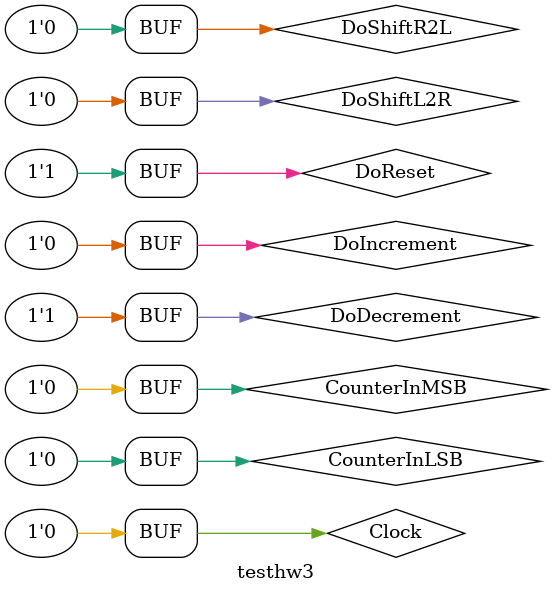
<source format=sv>
module Exercise_3 (
Clock,
CounterOut,
CounterInMSB, CounterInLSB,
DoReset,
DoIncrement, DoDecrement,
DoShiftL2R, DoShiftR2L
);
input logic Clock;
output logic [7:0] CounterOut;
input logic CounterInMSB, CounterInLSB; // Input bit when loading serially
input logic DoReset; // DoReset = 1 -> CounterOut = 0
input logic DoIncrement; // DoIncrement = 1 -> CounterOut++
input logic DoDecrement; // DoDecrement = 1 -> CounterOut--
input logic DoShiftL2R; // DoShiftL2R = 1 -> CounterOut = (CounterOut >> 1) + CounterInMSB * (2**7)
input logic DoShiftR2L; // DoShiftR2L = 1 -> CounterOut = (CounterOut << 1) + CounterInLSB

always_ff @(posedge Clock)
	if (DoReset)	CounterOut <= 8'b0;
	else begin
		if (DoIncrement)
			CounterOut <= CounterOut + 1;
		else if (DoDecrement)
			CounterOut <= CounterOut - 1;
		else if (DoShiftL2R)
			CounterOut <= (CounterOut >> 1) | (CounterInMSB << 7); // | same as + since we shift them
		else if (DoShiftR2L)
			CounterOut <= (CounterOut << 1) | CounterInLSB; 
	end


endmodule

module testhw3;

logic Clock;
logic CounterInMSB;
logic CounterInLSB;
logic DoReset;
logic DoIncrement;
logic DoDecrement;
logic DoShiftL2R;
logic DoShiftR2L;

logic [7:0] out;

Exercise_3 ex (
	.Clock(Clock),
	.CounterOut(out),
	.CounterInMSB(CounterInMSB),
	.CounterInLSB(CounterInLSB),
	.DoReset(DoReset),
	.DoIncrement(DoIncrement),
	.DoDecrement(DoDecrement),
	.DoShiftL2R(DoShiftL2R),
	.DoShiftR2L(DoShiftR2L)
);
initial Clock = 0;
always begin
#5 Clock = 1;
#5 Clock = 0;
end
initial begin

	DoReset <= 1;
	CounterInMSB <= 0;
	CounterInLSB <= 0;
	DoIncrement <= 0;
	DoDecrement <= 0;
	DoShiftL2R <= 0;
	DoShiftR2L <= 0;
	#10;
	// 	-----------------------
	//	CounterOut : 0000_0000
	//	-----------------------	
	DoReset <= 0;
	DoIncrement <= 1;
	#10;
	// 	-----------------------
	//	CounterOut : 0000_0001
	//	-----------------------	
	#10;
	// 	-----------------------
	//	CounterOut : 0000_0010
	//	-----------------------	
	#10;
	// 	-----------------------
	//	CounterOut : 0000_0011
	//	-----------------------
	DoIncrement <= 0;
	DoShiftR2L <= 1;
	CounterInLSB <= 1;
	#10;
	// 	-----------------------
	//	CounterOut : 0000_0111
	//	-----------------------
	CounterInLSB <= 0;
	#10;
	// 	-----------------------
	//	CounterOut : 0000_1110
	//	-----------------------
	#10;
	// 	-----------------------
	//	CounterOut : 0001_1100
	//	-----------------------
	DoShiftR2L <= 0;
	DoShiftL2R <= 1;
	CounterInMSB <= 1;
	#10;
	// 	-----------------------
	//	CounterOut : 1000_1110
	//	-----------------------
	CounterInMSB <= 0;
	#10;
	// 	-----------------------
	//	CounterOut : 0100_0111
	//	-----------------------
	DoShiftL2R <= 0;
	DoDecrement <= 1;
	#10;
	// 	-----------------------
	//	CounterOut : 0100_0110
	//	-----------------------
	#10;
	// 	-----------------------
	//	CounterOut : 0100_0101
	//	-----------------------
	DoReset <= 1;
	#10;
	// 	-----------------------
	//	CounterOut : 0000_0000
	//	-----------------------
end



endmodule
</source>
